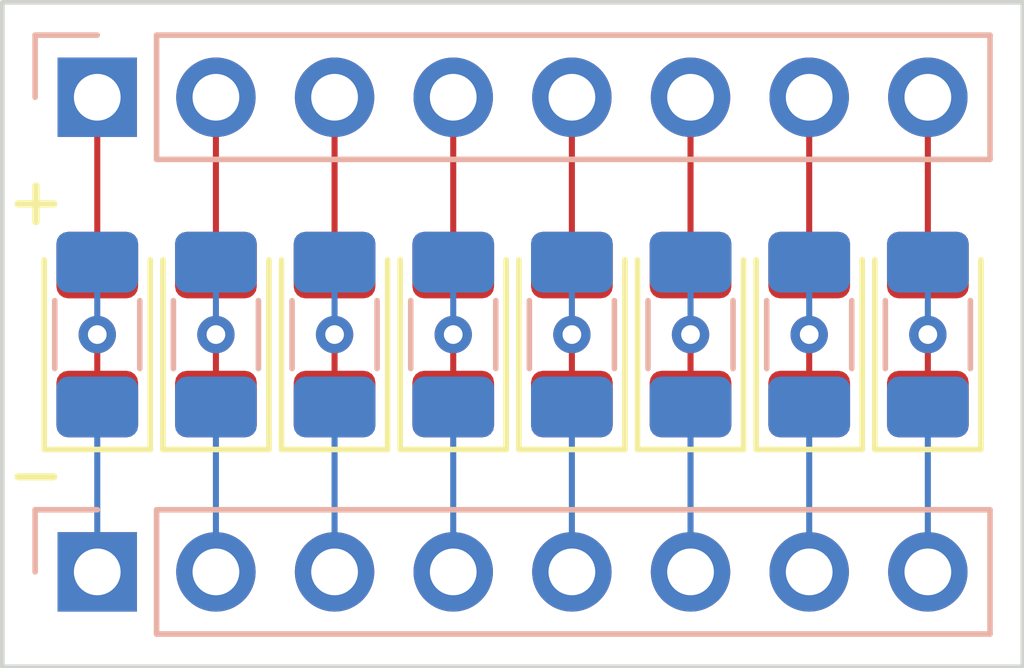
<source format=kicad_pcb>
(kicad_pcb (version 20221018) (generator pcbnew)
  (layers (0 "F.Cu" signal) (31 "B.Cu" signal) (34 "B.Paste" user) (35 "F.Paste" user) (36 "B.SilkS" user "B.Silkscreen") (37 "F.SilkS" user "F.Silkscreen") (38 "B.Mask" user) (39 "F.Mask" user) (44 "Edge.Cuts" user))
  (net 0 "")
  (net 1 "Net-(D1-K)")
  (net 2 "Net-(D1-A)")
  (net 3 "Net-(D2-K)")
  (net 4 "Net-(D2-A)")
  (net 5 "Net-(D3-K)")
  (net 6 "Net-(D3-A)")
  (net 7 "Net-(D4-K)")
  (net 8 "Net-(D4-A)")
  (net 9 "Net-(D5-K)")
  (net 10 "Net-(D5-A)")
  (net 11 "Net-(D6-K)")
  (net 12 "Net-(D6-A)")
  (net 13 "Net-(D7-K)")
  (net 14 "Net-(D7-A)")
  (net 15 "Net-(D8-K)")
  (net 16 "Net-(D8-A)")
  (net 17 "Net-(J2-Pin_1)")
  (net 18 "Net-(J2-Pin_2)")
  (net 19 "Net-(J2-Pin_3)")
  (net 20 "Net-(J2-Pin_4)")
  (net 21 "Net-(J2-Pin_5)")
  (net 22 "Net-(J2-Pin_6)")
  (net 23 "Net-(J2-Pin_7)")
  (net 24 "Net-(J2-Pin_8)")
  (footprint "LED_SMD:LED_1206_3216Metric_Pad1.42x1.75mm_HandSolder" (layer "F.Cu") (at 35.56 22.86 90)
    (fp_text reference "D8" hide)
    (fp_text value "LED" hide)
    (fp_line (start -2.46 -1.135) (end -2.46 1.135) (stroke (width 0.12)) (layer "F.SilkS"))
    (fp_line (start -2.46 1.135) (end 1.6 1.135) (stroke (width 0.12)) (layer "F.SilkS"))
    (fp_line (start 1.6 -1.135) (end -2.46 -1.135) (stroke (width 0.12)) (layer "F.SilkS"))
    (pad "1" smd roundrect (at -1.4875 0 90) (size 1.425 1.75) (layers "F.Cu" "F.Paste" "F.Mask") (roundrect_rratio 0.1754392982) (net 15 "Net-(D8-K)"))
    (pad "2" smd roundrect (at 1.4875 0 90) (size 1.425 1.75) (layers "F.Cu" "F.Paste" "F.Mask") (roundrect_rratio 0.1754392982) (net 16 "Net-(D8-A)"))
  )
  (footprint "LED_SMD:LED_1206_3216Metric_Pad1.42x1.75mm_HandSolder" (layer "F.Cu") (at 20.32 22.86 90)
    (fp_text reference "D2" hide)
    (fp_text value "LED" hide)
    (fp_line (start -2.46 -1.135) (end -2.46 1.135) (stroke (width 0.12)) (layer "F.SilkS"))
    (fp_line (start -2.46 1.135) (end 1.6 1.135) (stroke (width 0.12)) (layer "F.SilkS"))
    (fp_line (start 1.6 -1.135) (end -2.46 -1.135) (stroke (width 0.12)) (layer "F.SilkS"))
    (pad "1" smd roundrect (at -1.4875 0 90) (size 1.425 1.75) (layers "F.Cu" "F.Paste" "F.Mask") (roundrect_rratio 0.1754392982) (net 3 "Net-(D2-K)"))
    (pad "2" smd roundrect (at 1.4875 0 90) (size 1.425 1.75) (layers "F.Cu" "F.Paste" "F.Mask") (roundrect_rratio 0.1754392982) (net 4 "Net-(D2-A)"))
  )
  (footprint "LED_SMD:LED_1206_3216Metric_Pad1.42x1.75mm_HandSolder" (layer "F.Cu") (at 17.78 22.86 90)
    (fp_text reference "D1" hide)
    (fp_text value "LED" hide)
    (fp_line (start -2.46 -1.135) (end -2.46 1.135) (stroke (width 0.12)) (layer "F.SilkS"))
    (fp_line (start -2.46 1.135) (end 1.6 1.135) (stroke (width 0.12)) (layer "F.SilkS"))
    (fp_line (start 1.6 -1.135) (end -2.46 -1.135) (stroke (width 0.12)) (layer "F.SilkS"))
    (pad "1" smd roundrect (at -1.4875 0 90) (size 1.425 1.75) (layers "F.Cu" "F.Paste" "F.Mask") (roundrect_rratio 0.1754392982) (net 1 "Net-(D1-K)"))
    (pad "2" smd roundrect (at 1.4875 0 90) (size 1.425 1.75) (layers "F.Cu" "F.Paste" "F.Mask") (roundrect_rratio 0.1754392982) (net 2 "Net-(D1-A)"))
  )
  (footprint "LED_SMD:LED_1206_3216Metric_Pad1.42x1.75mm_HandSolder" (layer "F.Cu") (at 30.48 22.86 90)
    (fp_text reference "D6" hide)
    (fp_text value "LED" hide)
    (fp_line (start -2.46 -1.135) (end -2.46 1.135) (stroke (width 0.12)) (layer "F.SilkS"))
    (fp_line (start -2.46 1.135) (end 1.6 1.135) (stroke (width 0.12)) (layer "F.SilkS"))
    (fp_line (start 1.6 -1.135) (end -2.46 -1.135) (stroke (width 0.12)) (layer "F.SilkS"))
    (pad "1" smd roundrect (at -1.4875 0 90) (size 1.425 1.75) (layers "F.Cu" "F.Paste" "F.Mask") (roundrect_rratio 0.1754392982) (net 11 "Net-(D6-K)"))
    (pad "2" smd roundrect (at 1.4875 0 90) (size 1.425 1.75) (layers "F.Cu" "F.Paste" "F.Mask") (roundrect_rratio 0.1754392982) (net 12 "Net-(D6-A)"))
  )
  (footprint "LED_SMD:LED_1206_3216Metric_Pad1.42x1.75mm_HandSolder" (layer "F.Cu") (at 33.02 22.86 90)
    (fp_text reference "D7" hide)
    (fp_text value "LED" hide)
    (fp_line (start -2.46 -1.135) (end -2.46 1.135) (stroke (width 0.12)) (layer "F.SilkS"))
    (fp_line (start -2.46 1.135) (end 1.6 1.135) (stroke (width 0.12)) (layer "F.SilkS"))
    (fp_line (start 1.6 -1.135) (end -2.46 -1.135) (stroke (width 0.12)) (layer "F.SilkS"))
    (pad "1" smd roundrect (at -1.4875 0 90) (size 1.425 1.75) (layers "F.Cu" "F.Paste" "F.Mask") (roundrect_rratio 0.1754392982) (net 13 "Net-(D7-K)"))
    (pad "2" smd roundrect (at 1.4875 0 90) (size 1.425 1.75) (layers "F.Cu" "F.Paste" "F.Mask") (roundrect_rratio 0.1754392982) (net 14 "Net-(D7-A)"))
  )
  (footprint "LED_SMD:LED_1206_3216Metric_Pad1.42x1.75mm_HandSolder" (layer "F.Cu") (at 22.86 22.86 90)
    (fp_text reference "D3" hide)
    (fp_text value "LED" hide)
    (fp_line (start -2.46 -1.135) (end -2.46 1.135) (stroke (width 0.12)) (layer "F.SilkS"))
    (fp_line (start -2.46 1.135) (end 1.6 1.135) (stroke (width 0.12)) (layer "F.SilkS"))
    (fp_line (start 1.6 -1.135) (end -2.46 -1.135) (stroke (width 0.12)) (layer "F.SilkS"))
    (pad "1" smd roundrect (at -1.4875 0 90) (size 1.425 1.75) (layers "F.Cu" "F.Paste" "F.Mask") (roundrect_rratio 0.1754392982) (net 5 "Net-(D3-K)"))
    (pad "2" smd roundrect (at 1.4875 0 90) (size 1.425 1.75) (layers "F.Cu" "F.Paste" "F.Mask") (roundrect_rratio 0.1754392982) (net 6 "Net-(D3-A)"))
  )
  (footprint "LED_SMD:LED_1206_3216Metric_Pad1.42x1.75mm_HandSolder" (layer "F.Cu") (at 25.4 22.86 90)
    (fp_text reference "D4" hide)
    (fp_text value "LED" hide)
    (fp_line (start -2.46 -1.135) (end -2.46 1.135) (stroke (width 0.12)) (layer "F.SilkS"))
    (fp_line (start -2.46 1.135) (end 1.6 1.135) (stroke (width 0.12)) (layer "F.SilkS"))
    (fp_line (start 1.6 -1.135) (end -2.46 -1.135) (stroke (width 0.12)) (layer "F.SilkS"))
    (pad "1" smd roundrect (at -1.4875 0 90) (size 1.425 1.75) (layers "F.Cu" "F.Paste" "F.Mask") (roundrect_rratio 0.1754392982) (net 7 "Net-(D4-K)"))
    (pad "2" smd roundrect (at 1.4875 0 90) (size 1.425 1.75) (layers "F.Cu" "F.Paste" "F.Mask") (roundrect_rratio 0.1754392982) (net 8 "Net-(D4-A)"))
  )
  (footprint "LED_SMD:LED_1206_3216Metric_Pad1.42x1.75mm_HandSolder" (layer "F.Cu") (at 27.94 22.86 90)
    (fp_text reference "D5" hide)
    (fp_text value "LED" hide)
    (fp_line (start -2.46 -1.135) (end -2.46 1.135) (stroke (width 0.12)) (layer "F.SilkS"))
    (fp_line (start -2.46 1.135) (end 1.6 1.135) (stroke (width 0.12)) (layer "F.SilkS"))
    (fp_line (start 1.6 -1.135) (end -2.46 -1.135) (stroke (width 0.12)) (layer "F.SilkS"))
    (pad "1" smd roundrect (at -1.4875 0 90) (size 1.425 1.75) (layers "F.Cu" "F.Paste" "F.Mask") (roundrect_rratio 0.1754392982) (net 9 "Net-(D5-K)"))
    (pad "2" smd roundrect (at 1.4875 0 90) (size 1.425 1.75) (layers "F.Cu" "F.Paste" "F.Mask") (roundrect_rratio 0.1754392982) (net 10 "Net-(D5-A)"))
  )
  (footprint "Resistor_SMD:R_1206_3216Metric_Pad1.30x1.75mm_HandSolder" (layer "B.Cu") (at 22.86 22.86 -90)
    (fp_text reference "R3" hide)
    (fp_text value "R" hide)
    (fp_line (start -0.727064 -0.91) (end 0.727064 -0.91) (stroke (width 0.12)) (layer "B.SilkS"))
    (fp_line (start -0.727064 0.91) (end 0.727064 0.91) (stroke (width 0.12)) (layer "B.SilkS"))
    (pad "1" smd roundrect (at -1.55 0 270) (size 1.3 1.75) (layers "B.Cu" "B.Paste" "B.Mask") (roundrect_rratio 0.1923076923) (net 5 "Net-(D3-K)"))
    (pad "2" smd roundrect (at 1.55 0 270) (size 1.3 1.75) (layers "B.Cu" "B.Paste" "B.Mask") (roundrect_rratio 0.1923076923) (net 19 "Net-(J2-Pin_3)"))
  )
  (footprint "Resistor_SMD:R_1206_3216Metric_Pad1.30x1.75mm_HandSolder" (layer "B.Cu") (at 33.02 22.86 -90)
    (fp_text reference "R7" hide)
    (fp_text value "R" hide)
    (fp_line (start -0.727064 -0.91) (end 0.727064 -0.91) (stroke (width 0.12)) (layer "B.SilkS"))
    (fp_line (start -0.727064 0.91) (end 0.727064 0.91) (stroke (width 0.12)) (layer "B.SilkS"))
    (pad "1" smd roundrect (at -1.55 0 270) (size 1.3 1.75) (layers "B.Cu" "B.Paste" "B.Mask") (roundrect_rratio 0.1923076923) (net 13 "Net-(D7-K)"))
    (pad "2" smd roundrect (at 1.55 0 270) (size 1.3 1.75) (layers "B.Cu" "B.Paste" "B.Mask") (roundrect_rratio 0.1923076923) (net 23 "Net-(J2-Pin_7)"))
  )
  (footprint "Resistor_SMD:R_1206_3216Metric_Pad1.30x1.75mm_HandSolder" (layer "B.Cu") (at 35.56 22.86 -90)
    (fp_text reference "R8" hide)
    (fp_text value "R" hide)
    (fp_line (start -0.727064 -0.91) (end 0.727064 -0.91) (stroke (width 0.12)) (layer "B.SilkS"))
    (fp_line (start -0.727064 0.91) (end 0.727064 0.91) (stroke (width 0.12)) (layer "B.SilkS"))
    (pad "1" smd roundrect (at -1.55 0 270) (size 1.3 1.75) (layers "B.Cu" "B.Paste" "B.Mask") (roundrect_rratio 0.1923076923) (net 15 "Net-(D8-K)"))
    (pad "2" smd roundrect (at 1.55 0 270) (size 1.3 1.75) (layers "B.Cu" "B.Paste" "B.Mask") (roundrect_rratio 0.1923076923) (net 24 "Net-(J2-Pin_8)"))
  )
  (footprint "Resistor_SMD:R_1206_3216Metric_Pad1.30x1.75mm_HandSolder" (layer "B.Cu") (at 17.78 22.86 -90)
    (fp_text reference "R1" hide)
    (fp_text value "R" hide)
    (fp_line (start -0.727064 -0.91) (end 0.727064 -0.91) (stroke (width 0.12)) (layer "B.SilkS"))
    (fp_line (start -0.727064 0.91) (end 0.727064 0.91) (stroke (width 0.12)) (layer "B.SilkS"))
    (pad "1" smd roundrect (at -1.55 0 270) (size 1.3 1.75) (layers "B.Cu" "B.Paste" "B.Mask") (roundrect_rratio 0.1923076923) (net 1 "Net-(D1-K)"))
    (pad "2" smd roundrect (at 1.55 0 270) (size 1.3 1.75) (layers "B.Cu" "B.Paste" "B.Mask") (roundrect_rratio 0.1923076923) (net 17 "Net-(J2-Pin_1)"))
  )
  (footprint "Resistor_SMD:R_1206_3216Metric_Pad1.30x1.75mm_HandSolder" (layer "B.Cu") (at 30.48 22.86 -90)
    (fp_text reference "R6" hide)
    (fp_text value "R" hide)
    (fp_line (start -0.727064 -0.91) (end 0.727064 -0.91) (stroke (width 0.12)) (layer "B.SilkS"))
    (fp_line (start -0.727064 0.91) (end 0.727064 0.91) (stroke (width 0.12)) (layer "B.SilkS"))
    (pad "1" smd roundrect (at -1.55 0 270) (size 1.3 1.75) (layers "B.Cu" "B.Paste" "B.Mask") (roundrect_rratio 0.1923076923) (net 11 "Net-(D6-K)"))
    (pad "2" smd roundrect (at 1.55 0 270) (size 1.3 1.75) (layers "B.Cu" "B.Paste" "B.Mask") (roundrect_rratio 0.1923076923) (net 22 "Net-(J2-Pin_6)"))
  )
  (footprint "Connector_PinHeader_2.54mm:PinHeader_1x08_P2.54mm_Vertical" (layer "B.Cu") (at 17.78 17.78 -90)
    (fp_text reference "J1" hide)
    (fp_text value "Conn_01x16_Pin" hide)
    (fp_line (start -1.33 -19.11) (end 1.33 -19.11) (stroke (width 0.12)) (layer "B.SilkS"))
    (fp_line (start -1.33 -1.27) (end -1.33 -19.11) (stroke (width 0.12)) (layer "B.SilkS"))
    (fp_line (start -1.33 -1.27) (end 1.33 -1.27) (stroke (width 0.12)) (layer "B.SilkS"))
    (fp_line (start -1.33 0) (end -1.33 1.33) (stroke (width 0.12)) (layer "B.SilkS"))
    (fp_line (start -1.33 1.33) (end 0 1.33) (stroke (width 0.12)) (layer "B.SilkS"))
    (fp_line (start 1.33 -1.27) (end 1.33 -19.11) (stroke (width 0.12)) (layer "B.SilkS"))
    (pad "1" thru_hole rect (at 0 0 270) (size 1.7 1.7) (drill 1) (layers "*.Cu" "*.Mask") (net 2 "Net-(D1-A)"))
    (pad "2" thru_hole oval (at 0 -2.54 270) (size 1.7 1.7) (drill 1) (layers "*.Cu" "*.Mask") (net 4 "Net-(D2-A)"))
    (pad "3" thru_hole oval (at 0 -5.08 270) (size 1.7 1.7) (drill 1) (layers "*.Cu" "*.Mask") (net 6 "Net-(D3-A)"))
    (pad "4" thru_hole oval (at 0 -7.62 270) (size 1.7 1.7) (drill 1) (layers "*.Cu" "*.Mask") (net 8 "Net-(D4-A)"))
    (pad "5" thru_hole oval (at 0 -10.16 270) (size 1.7 1.7) (drill 1) (layers "*.Cu" "*.Mask") (net 10 "Net-(D5-A)"))
    (pad "6" thru_hole oval (at 0 -12.7 270) (size 1.7 1.7) (drill 1) (layers "*.Cu" "*.Mask") (net 12 "Net-(D6-A)"))
    (pad "7" thru_hole oval (at 0 -15.24 270) (size 1.7 1.7) (drill 1) (layers "*.Cu" "*.Mask") (net 14 "Net-(D7-A)"))
    (pad "8" thru_hole oval (at 0 -17.78 270) (size 1.7 1.7) (drill 1) (layers "*.Cu" "*.Mask") (net 16 "Net-(D8-A)"))
  )
  (footprint "Resistor_SMD:R_1206_3216Metric_Pad1.30x1.75mm_HandSolder" (layer "B.Cu") (at 20.32 22.86 -90)
    (fp_text reference "R2" hide)
    (fp_text value "R" hide)
    (fp_line (start -0.727064 -0.91) (end 0.727064 -0.91) (stroke (width 0.12)) (layer "B.SilkS"))
    (fp_line (start -0.727064 0.91) (end 0.727064 0.91) (stroke (width 0.12)) (layer "B.SilkS"))
    (pad "1" smd roundrect (at -1.55 0 270) (size 1.3 1.75) (layers "B.Cu" "B.Paste" "B.Mask") (roundrect_rratio 0.1923076923) (net 3 "Net-(D2-K)"))
    (pad "2" smd roundrect (at 1.55 0 270) (size 1.3 1.75) (layers "B.Cu" "B.Paste" "B.Mask") (roundrect_rratio 0.1923076923) (net 18 "Net-(J2-Pin_2)"))
  )
  (footprint "Resistor_SMD:R_1206_3216Metric_Pad1.30x1.75mm_HandSolder" (layer "B.Cu") (at 27.94 22.86 -90)
    (fp_text reference "R5" hide)
    (fp_text value "R" hide)
    (fp_line (start -0.727064 -0.91) (end 0.727064 -0.91) (stroke (width 0.12)) (layer "B.SilkS"))
    (fp_line (start -0.727064 0.91) (end 0.727064 0.91) (stroke (width 0.12)) (layer "B.SilkS"))
    (pad "1" smd roundrect (at -1.55 0 270) (size 1.3 1.75) (layers "B.Cu" "B.Paste" "B.Mask") (roundrect_rratio 0.1923076923) (net 9 "Net-(D5-K)"))
    (pad "2" smd roundrect (at 1.55 0 270) (size 1.3 1.75) (layers "B.Cu" "B.Paste" "B.Mask") (roundrect_rratio 0.1923076923) (net 21 "Net-(J2-Pin_5)"))
  )
  (footprint "Connector_PinHeader_2.54mm:PinHeader_1x08_P2.54mm_Vertical" (layer "B.Cu") (at 17.78 27.94 -90)
    (fp_text reference "J2" hide)
    (fp_text value "Conn_01x16_Pin" hide)
    (fp_line (start -1.33 -19.11) (end 1.33 -19.11) (stroke (width 0.12)) (layer "B.SilkS"))
    (fp_line (start -1.33 -1.27) (end -1.33 -19.11) (stroke (width 0.12)) (layer "B.SilkS"))
    (fp_line (start -1.33 -1.27) (end 1.33 -1.27) (stroke (width 0.12)) (layer "B.SilkS"))
    (fp_line (start -1.33 0) (end -1.33 1.33) (stroke (width 0.12)) (layer "B.SilkS"))
    (fp_line (start -1.33 1.33) (end 0 1.33) (stroke (width 0.12)) (layer "B.SilkS"))
    (fp_line (start 1.33 -1.27) (end 1.33 -19.11) (stroke (width 0.12)) (layer "B.SilkS"))
    (pad "1" thru_hole rect (at 0 0 270) (size 1.7 1.7) (drill 1) (layers "*.Cu" "*.Mask") (net 17 "Net-(J2-Pin_1)"))
    (pad "2" thru_hole oval (at 0 -2.54 270) (size 1.7 1.7) (drill 1) (layers "*.Cu" "*.Mask") (net 18 "Net-(J2-Pin_2)"))
    (pad "3" thru_hole oval (at 0 -5.08 270) (size 1.7 1.7) (drill 1) (layers "*.Cu" "*.Mask") (net 19 "Net-(J2-Pin_3)"))
    (pad "4" thru_hole oval (at 0 -7.62 270) (size 1.7 1.7) (drill 1) (layers "*.Cu" "*.Mask") (net 20 "Net-(J2-Pin_4)"))
    (pad "5" thru_hole oval (at 0 -10.16 270) (size 1.7 1.7) (drill 1) (layers "*.Cu" "*.Mask") (net 21 "Net-(J2-Pin_5)"))
    (pad "6" thru_hole oval (at 0 -12.7 270) (size 1.7 1.7) (drill 1) (layers "*.Cu" "*.Mask") (net 22 "Net-(J2-Pin_6)"))
    (pad "7" thru_hole oval (at 0 -15.24 270) (size 1.7 1.7) (drill 1) (layers "*.Cu" "*.Mask") (net 23 "Net-(J2-Pin_7)"))
    (pad "8" thru_hole oval (at 0 -17.78 270) (size 1.7 1.7) (drill 1) (layers "*.Cu" "*.Mask") (net 24 "Net-(J2-Pin_8)"))
  )
  (footprint "Resistor_SMD:R_1206_3216Metric_Pad1.30x1.75mm_HandSolder" (layer "B.Cu") (at 25.4 22.86 -90)
    (fp_text reference "R4" hide)
    (fp_text value "R" hide)
    (fp_line (start -0.727064 -0.91) (end 0.727064 -0.91) (stroke (width 0.12)) (layer "B.SilkS"))
    (fp_line (start -0.727064 0.91) (end 0.727064 0.91) (stroke (width 0.12)) (layer "B.SilkS"))
    (pad "1" smd roundrect (at -1.55 0 270) (size 1.3 1.75) (layers "B.Cu" "B.Paste" "B.Mask") (roundrect_rratio 0.1923076923) (net 7 "Net-(D4-K)"))
    (pad "2" smd roundrect (at 1.55 0 270) (size 1.3 1.75) (layers "B.Cu" "B.Paste" "B.Mask") (roundrect_rratio 0.1923076923) (net 20 "Net-(J2-Pin_4)"))
  )
  (gr_rect (start 15.748 15.748) (end 37.592 29.972) (stroke (width 0.1)) (fill none) (layer "Edge.Cuts"))
  (gr_text "-" (at 15.748 26.416) (layer "F.SilkS") (effects (font (size 1 1) (thickness 0.153)) (justify left bottom)))
  (gr_text "+" (at 15.748 20.574) (layer "F.SilkS") (effects (font (size 1 1) (thickness 0.153)) (justify left bottom)))
  (segment (start 17.78 24.3475) (end 17.78 22.86) (width 0.13) (layer "F.Cu") (net 1))
  (via (at 17.78 22.86) (size 0.8) (drill 0.4) (layers "F.Cu" "B.Cu") (net 1))
  (segment (start 17.78 22.86) (end 17.78 21.31) (width 0.13) (layer "B.Cu") (net 1))
  (segment (start 17.78 17.78) (end 17.78 21.3725) (width 0.13) (layer "F.Cu") (net 2))
  (segment (start 20.32 24.3475) (end 20.32 22.86) (width 0.13) (layer "F.Cu") (net 3))
  (via (at 20.32 22.86) (size 0.8) (drill 0.4) (layers "F.Cu" "B.Cu") (net 3))
  (segment (start 20.32 21.31) (end 20.32 22.86) (width 0.13) (layer "B.Cu") (net 3))
  (segment (start 20.32 17.78) (end 20.32 21.3725) (width 0.13) (layer "F.Cu") (net 4))
  (segment (start 22.86 24.3475) (end 22.86 22.86) (width 0.13) (layer "F.Cu") (net 5))
  (via (at 22.86 22.86) (size 0.8) (drill 0.4) (layers "F.Cu" "B.Cu") (net 5))
  (segment (start 22.86 22.86) (end 22.86 21.31) (width 0.13) (layer "B.Cu") (net 5))
  (segment (start 22.86 17.78) (end 22.86 21.3725) (width 0.13) (layer "F.Cu") (net 6))
  (segment (start 25.4 24.3475) (end 25.4 22.86) (width 0.13) (layer "F.Cu") (net 7))
  (via (at 25.4 22.86) (size 0.8) (drill 0.4) (layers "F.Cu" "B.Cu") (net 7))
  (segment (start 25.4 22.86) (end 25.4 21.31) (width 0.13) (layer "B.Cu") (net 7))
  (segment (start 25.4 17.78) (end 25.4 21.3725) (width 0.13) (layer "F.Cu") (net 8))
  (segment (start 27.94 24.3475) (end 27.94 22.86) (width 0.13) (layer "F.Cu") (net 9))
  (via (at 27.94 22.86) (size 0.8) (drill 0.4) (layers "F.Cu" "B.Cu") (net 9))
  (segment (start 27.94 22.86) (end 27.94 21.31) (width 0.13) (layer "B.Cu") (net 9))
  (segment (start 27.94 17.78) (end 27.94 21.3725) (width 0.13) (layer "F.Cu") (net 10))
  (segment (start 30.48 24.3475) (end 30.48 22.86) (width 0.13) (layer "F.Cu") (net 11))
  (via (at 30.48 22.86) (size 0.8) (drill 0.4) (layers "F.Cu" "B.Cu") (net 11))
  (segment (start 30.48 22.86) (end 30.48 21.31) (width 0.13) (layer "B.Cu") (net 11))
  (segment (start 30.48 17.78) (end 30.48 21.3725) (width 0.13) (layer "F.Cu") (net 12))
  (segment (start 33.02 24.3475) (end 33.02 22.86) (width 0.13) (layer "F.Cu") (net 13))
  (via (at 33.02 22.86) (size 0.8) (drill 0.4) (layers "F.Cu" "B.Cu") (net 13))
  (segment (start 33.02 22.86) (end 33.02 21.31) (width 0.13) (layer "B.Cu") (net 13))
  (segment (start 33.02 17.78) (end 33.02 21.3725) (width 0.13) (layer "F.Cu") (net 14))
  (segment (start 35.56 24.3475) (end 35.56 22.86) (width 0.13) (layer "F.Cu") (net 15))
  (via (at 35.56 22.86) (size 0.8) (drill 0.4) (layers "F.Cu" "B.Cu") (net 15))
  (segment (start 35.56 22.86) (end 35.56 21.31) (width 0.13) (layer "B.Cu") (net 15))
  (segment (start 35.56 17.78) (end 35.56 21.3725) (width 0.13) (layer "F.Cu") (net 16))
  (segment (start 17.78 24.41) (end 17.78 27.94) (width 0.13) (layer "B.Cu") (net 17))
  (segment (start 20.32 24.41) (end 20.32 27.94) (width 0.13) (layer "B.Cu") (net 18))
  (segment (start 22.86 24.41) (end 22.86 27.94) (width 0.13) (layer "B.Cu") (net 19))
  (segment (start 25.4 24.41) (end 25.4 27.94) (width 0.13) (layer "B.Cu") (net 20))
  (segment (start 27.94 24.41) (end 27.94 27.94) (width 0.13) (layer "B.Cu") (net 21))
  (segment (start 30.48 24.41) (end 30.48 27.94) (width 0.13) (layer "B.Cu") (net 22))
  (segment (start 33.02 24.41) (end 33.02 27.94) (width 0.13) (layer "B.Cu") (net 23))
  (segment (start 35.56 24.41) (end 35.56 27.94) (width 0.13) (layer "B.Cu") (net 24))
)
</source>
